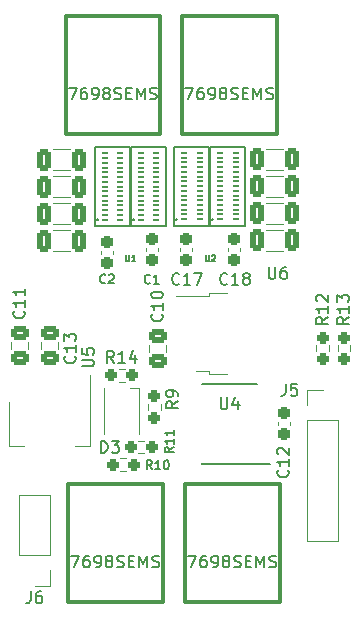
<source format=gto>
%TF.GenerationSoftware,KiCad,Pcbnew,(6.0.0)*%
%TF.CreationDate,2022-02-23T23:52:37-08:00*%
%TF.ProjectId,motor-controller,6d6f746f-722d-4636-9f6e-74726f6c6c65,rev?*%
%TF.SameCoordinates,Original*%
%TF.FileFunction,Legend,Top*%
%TF.FilePolarity,Positive*%
%FSLAX46Y46*%
G04 Gerber Fmt 4.6, Leading zero omitted, Abs format (unit mm)*
G04 Created by KiCad (PCBNEW (6.0.0)) date 2022-02-23 23:52:37*
%MOMM*%
%LPD*%
G01*
G04 APERTURE LIST*
G04 Aperture macros list*
%AMRoundRect*
0 Rectangle with rounded corners*
0 $1 Rounding radius*
0 $2 $3 $4 $5 $6 $7 $8 $9 X,Y pos of 4 corners*
0 Add a 4 corners polygon primitive as box body*
4,1,4,$2,$3,$4,$5,$6,$7,$8,$9,$2,$3,0*
0 Add four circle primitives for the rounded corners*
1,1,$1+$1,$2,$3*
1,1,$1+$1,$4,$5*
1,1,$1+$1,$6,$7*
1,1,$1+$1,$8,$9*
0 Add four rect primitives between the rounded corners*
20,1,$1+$1,$2,$3,$4,$5,0*
20,1,$1+$1,$4,$5,$6,$7,0*
20,1,$1+$1,$6,$7,$8,$9,0*
20,1,$1+$1,$8,$9,$2,$3,0*%
G04 Aperture macros list end*
%ADD10C,0.150000*%
%ADD11C,0.127000*%
%ADD12C,0.120000*%
%ADD13C,0.300000*%
%ADD14RoundRect,0.237500X-0.237500X0.250000X-0.237500X-0.250000X0.237500X-0.250000X0.237500X0.250000X0*%
%ADD15RoundRect,0.237500X0.237500X-0.300000X0.237500X0.300000X-0.237500X0.300000X-0.237500X-0.300000X0*%
%ADD16R,1.700000X1.700000*%
%ADD17O,1.700000X1.700000*%
%ADD18RoundRect,0.250000X0.325000X0.650000X-0.325000X0.650000X-0.325000X-0.650000X0.325000X-0.650000X0*%
%ADD19C,2.100000*%
%ADD20R,2.200000X2.200000*%
%ADD21R,1.000000X0.400000*%
%ADD22C,0.249936*%
%ADD23C,0.250000*%
%ADD24R,2.200000X1.200000*%
%ADD25R,6.400000X5.800000*%
%ADD26RoundRect,0.237500X-0.250000X-0.237500X0.250000X-0.237500X0.250000X0.237500X-0.250000X0.237500X0*%
%ADD27RoundRect,0.237500X0.237500X-0.250000X0.237500X0.250000X-0.237500X0.250000X-0.237500X-0.250000X0*%
%ADD28RoundRect,0.100000X0.260000X0.000000X0.260000X0.000000X-0.260000X0.000000X-0.260000X0.000000X0*%
%ADD29R,1.500000X2.000000*%
%ADD30R,3.800000X2.000000*%
%ADD31RoundRect,0.250000X0.475000X-0.337500X0.475000X0.337500X-0.475000X0.337500X-0.475000X-0.337500X0*%
%ADD32R,0.800000X1.000000*%
%ADD33RoundRect,0.237500X0.250000X0.237500X-0.250000X0.237500X-0.250000X-0.237500X0.250000X-0.237500X0*%
G04 APERTURE END LIST*
D10*
%TO.C,R9*%
X157170380Y-171870666D02*
X156694190Y-172204000D01*
X157170380Y-172442095D02*
X156170380Y-172442095D01*
X156170380Y-172061142D01*
X156218000Y-171965904D01*
X156265619Y-171918285D01*
X156360857Y-171870666D01*
X156503714Y-171870666D01*
X156598952Y-171918285D01*
X156646571Y-171965904D01*
X156694190Y-172061142D01*
X156694190Y-172442095D01*
X157170380Y-171394476D02*
X157170380Y-171204000D01*
X157122761Y-171108761D01*
X157075142Y-171061142D01*
X156932285Y-170965904D01*
X156741809Y-170918285D01*
X156360857Y-170918285D01*
X156265619Y-170965904D01*
X156218000Y-171013523D01*
X156170380Y-171108761D01*
X156170380Y-171299238D01*
X156218000Y-171394476D01*
X156265619Y-171442095D01*
X156360857Y-171489714D01*
X156598952Y-171489714D01*
X156694190Y-171442095D01*
X156741809Y-171394476D01*
X156789428Y-171299238D01*
X156789428Y-171108761D01*
X156741809Y-171013523D01*
X156694190Y-170965904D01*
X156598952Y-170918285D01*
%TO.C,C12*%
X166473142Y-177680857D02*
X166520761Y-177728476D01*
X166568380Y-177871333D01*
X166568380Y-177966571D01*
X166520761Y-178109428D01*
X166425523Y-178204666D01*
X166330285Y-178252285D01*
X166139809Y-178299904D01*
X165996952Y-178299904D01*
X165806476Y-178252285D01*
X165711238Y-178204666D01*
X165616000Y-178109428D01*
X165568380Y-177966571D01*
X165568380Y-177871333D01*
X165616000Y-177728476D01*
X165663619Y-177680857D01*
X166568380Y-176728476D02*
X166568380Y-177299904D01*
X166568380Y-177014190D02*
X165568380Y-177014190D01*
X165711238Y-177109428D01*
X165806476Y-177204666D01*
X165854095Y-177299904D01*
X165663619Y-176347523D02*
X165616000Y-176299904D01*
X165568380Y-176204666D01*
X165568380Y-175966571D01*
X165616000Y-175871333D01*
X165663619Y-175823714D01*
X165758857Y-175776095D01*
X165854095Y-175776095D01*
X165996952Y-175823714D01*
X166568380Y-176395142D01*
X166568380Y-175776095D01*
%TO.C,J5*%
X166290666Y-170394380D02*
X166290666Y-171108666D01*
X166243047Y-171251523D01*
X166147809Y-171346761D01*
X166004952Y-171394380D01*
X165909714Y-171394380D01*
X167243047Y-170394380D02*
X166766857Y-170394380D01*
X166719238Y-170870571D01*
X166766857Y-170822952D01*
X166862095Y-170775333D01*
X167100190Y-170775333D01*
X167195428Y-170822952D01*
X167243047Y-170870571D01*
X167290666Y-170965809D01*
X167290666Y-171203904D01*
X167243047Y-171299142D01*
X167195428Y-171346761D01*
X167100190Y-171394380D01*
X166862095Y-171394380D01*
X166766857Y-171346761D01*
X166719238Y-171299142D01*
%TO.C,J6*%
X144700666Y-187949380D02*
X144700666Y-188663666D01*
X144653047Y-188806523D01*
X144557809Y-188901761D01*
X144414952Y-188949380D01*
X144319714Y-188949380D01*
X145605428Y-187949380D02*
X145414952Y-187949380D01*
X145319714Y-187997000D01*
X145272095Y-188044619D01*
X145176857Y-188187476D01*
X145129238Y-188377952D01*
X145129238Y-188758904D01*
X145176857Y-188854142D01*
X145224476Y-188901761D01*
X145319714Y-188949380D01*
X145510190Y-188949380D01*
X145605428Y-188901761D01*
X145653047Y-188854142D01*
X145700666Y-188758904D01*
X145700666Y-188520809D01*
X145653047Y-188425571D01*
X145605428Y-188377952D01*
X145510190Y-188330333D01*
X145319714Y-188330333D01*
X145224476Y-188377952D01*
X145176857Y-188425571D01*
X145129238Y-188520809D01*
%TO.C,J4*%
X157805904Y-145304380D02*
X158472571Y-145304380D01*
X158044000Y-146304380D01*
X159282095Y-145304380D02*
X159091619Y-145304380D01*
X158996380Y-145352000D01*
X158948761Y-145399619D01*
X158853523Y-145542476D01*
X158805904Y-145732952D01*
X158805904Y-146113904D01*
X158853523Y-146209142D01*
X158901142Y-146256761D01*
X158996380Y-146304380D01*
X159186857Y-146304380D01*
X159282095Y-146256761D01*
X159329714Y-146209142D01*
X159377333Y-146113904D01*
X159377333Y-145875809D01*
X159329714Y-145780571D01*
X159282095Y-145732952D01*
X159186857Y-145685333D01*
X158996380Y-145685333D01*
X158901142Y-145732952D01*
X158853523Y-145780571D01*
X158805904Y-145875809D01*
X159853523Y-146304380D02*
X160044000Y-146304380D01*
X160139238Y-146256761D01*
X160186857Y-146209142D01*
X160282095Y-146066285D01*
X160329714Y-145875809D01*
X160329714Y-145494857D01*
X160282095Y-145399619D01*
X160234476Y-145352000D01*
X160139238Y-145304380D01*
X159948761Y-145304380D01*
X159853523Y-145352000D01*
X159805904Y-145399619D01*
X159758285Y-145494857D01*
X159758285Y-145732952D01*
X159805904Y-145828190D01*
X159853523Y-145875809D01*
X159948761Y-145923428D01*
X160139238Y-145923428D01*
X160234476Y-145875809D01*
X160282095Y-145828190D01*
X160329714Y-145732952D01*
X160901142Y-145732952D02*
X160805904Y-145685333D01*
X160758285Y-145637714D01*
X160710666Y-145542476D01*
X160710666Y-145494857D01*
X160758285Y-145399619D01*
X160805904Y-145352000D01*
X160901142Y-145304380D01*
X161091619Y-145304380D01*
X161186857Y-145352000D01*
X161234476Y-145399619D01*
X161282095Y-145494857D01*
X161282095Y-145542476D01*
X161234476Y-145637714D01*
X161186857Y-145685333D01*
X161091619Y-145732952D01*
X160901142Y-145732952D01*
X160805904Y-145780571D01*
X160758285Y-145828190D01*
X160710666Y-145923428D01*
X160710666Y-146113904D01*
X160758285Y-146209142D01*
X160805904Y-146256761D01*
X160901142Y-146304380D01*
X161091619Y-146304380D01*
X161186857Y-146256761D01*
X161234476Y-146209142D01*
X161282095Y-146113904D01*
X161282095Y-145923428D01*
X161234476Y-145828190D01*
X161186857Y-145780571D01*
X161091619Y-145732952D01*
X161663047Y-146256761D02*
X161805904Y-146304380D01*
X162044000Y-146304380D01*
X162139238Y-146256761D01*
X162186857Y-146209142D01*
X162234476Y-146113904D01*
X162234476Y-146018666D01*
X162186857Y-145923428D01*
X162139238Y-145875809D01*
X162044000Y-145828190D01*
X161853523Y-145780571D01*
X161758285Y-145732952D01*
X161710666Y-145685333D01*
X161663047Y-145590095D01*
X161663047Y-145494857D01*
X161710666Y-145399619D01*
X161758285Y-145352000D01*
X161853523Y-145304380D01*
X162091619Y-145304380D01*
X162234476Y-145352000D01*
X162663047Y-145780571D02*
X162996380Y-145780571D01*
X163139238Y-146304380D02*
X162663047Y-146304380D01*
X162663047Y-145304380D01*
X163139238Y-145304380D01*
X163567809Y-146304380D02*
X163567809Y-145304380D01*
X163901142Y-146018666D01*
X164234476Y-145304380D01*
X164234476Y-146304380D01*
X164663047Y-146256761D02*
X164805904Y-146304380D01*
X165044000Y-146304380D01*
X165139238Y-146256761D01*
X165186857Y-146209142D01*
X165234476Y-146113904D01*
X165234476Y-146018666D01*
X165186857Y-145923428D01*
X165139238Y-145875809D01*
X165044000Y-145828190D01*
X164853523Y-145780571D01*
X164758285Y-145732952D01*
X164710666Y-145685333D01*
X164663047Y-145590095D01*
X164663047Y-145494857D01*
X164710666Y-145399619D01*
X164758285Y-145352000D01*
X164853523Y-145304380D01*
X165091619Y-145304380D01*
X165234476Y-145352000D01*
%TO.C,U4*%
X160782095Y-171532928D02*
X160782095Y-172342452D01*
X160829714Y-172437690D01*
X160877333Y-172485309D01*
X160972571Y-172532928D01*
X161163047Y-172532928D01*
X161258285Y-172485309D01*
X161305904Y-172437690D01*
X161353523Y-172342452D01*
X161353523Y-171532928D01*
X162258285Y-171866262D02*
X162258285Y-172532928D01*
X162020190Y-171485309D02*
X161782095Y-172199595D01*
X162401142Y-172199595D01*
D11*
%TO.C,U2*%
X159521231Y-159487809D02*
X159521231Y-159899047D01*
X159545421Y-159947428D01*
X159569612Y-159971619D01*
X159617993Y-159995809D01*
X159714755Y-159995809D01*
X159763136Y-159971619D01*
X159787326Y-159947428D01*
X159811517Y-159899047D01*
X159811517Y-159487809D01*
X160029231Y-159536190D02*
X160053421Y-159512000D01*
X160101802Y-159487809D01*
X160222755Y-159487809D01*
X160271136Y-159512000D01*
X160295326Y-159536190D01*
X160319517Y-159584571D01*
X160319517Y-159632952D01*
X160295326Y-159705523D01*
X160005040Y-159995809D01*
X160319517Y-159995809D01*
D10*
%TO.C,J3*%
X147934603Y-145304380D02*
X148601270Y-145304380D01*
X148172699Y-146304380D01*
X149410794Y-145304380D02*
X149220318Y-145304380D01*
X149125079Y-145352000D01*
X149077460Y-145399619D01*
X148982222Y-145542476D01*
X148934603Y-145732952D01*
X148934603Y-146113904D01*
X148982222Y-146209142D01*
X149029841Y-146256761D01*
X149125079Y-146304380D01*
X149315556Y-146304380D01*
X149410794Y-146256761D01*
X149458413Y-146209142D01*
X149506032Y-146113904D01*
X149506032Y-145875809D01*
X149458413Y-145780571D01*
X149410794Y-145732952D01*
X149315556Y-145685333D01*
X149125079Y-145685333D01*
X149029841Y-145732952D01*
X148982222Y-145780571D01*
X148934603Y-145875809D01*
X149982222Y-146304380D02*
X150172699Y-146304380D01*
X150267937Y-146256761D01*
X150315556Y-146209142D01*
X150410794Y-146066285D01*
X150458413Y-145875809D01*
X150458413Y-145494857D01*
X150410794Y-145399619D01*
X150363175Y-145352000D01*
X150267937Y-145304380D01*
X150077460Y-145304380D01*
X149982222Y-145352000D01*
X149934603Y-145399619D01*
X149886984Y-145494857D01*
X149886984Y-145732952D01*
X149934603Y-145828190D01*
X149982222Y-145875809D01*
X150077460Y-145923428D01*
X150267937Y-145923428D01*
X150363175Y-145875809D01*
X150410794Y-145828190D01*
X150458413Y-145732952D01*
X151029841Y-145732952D02*
X150934603Y-145685333D01*
X150886984Y-145637714D01*
X150839365Y-145542476D01*
X150839365Y-145494857D01*
X150886984Y-145399619D01*
X150934603Y-145352000D01*
X151029841Y-145304380D01*
X151220318Y-145304380D01*
X151315556Y-145352000D01*
X151363175Y-145399619D01*
X151410794Y-145494857D01*
X151410794Y-145542476D01*
X151363175Y-145637714D01*
X151315556Y-145685333D01*
X151220318Y-145732952D01*
X151029841Y-145732952D01*
X150934603Y-145780571D01*
X150886984Y-145828190D01*
X150839365Y-145923428D01*
X150839365Y-146113904D01*
X150886984Y-146209142D01*
X150934603Y-146256761D01*
X151029841Y-146304380D01*
X151220318Y-146304380D01*
X151315556Y-146256761D01*
X151363175Y-146209142D01*
X151410794Y-146113904D01*
X151410794Y-145923428D01*
X151363175Y-145828190D01*
X151315556Y-145780571D01*
X151220318Y-145732952D01*
X151791746Y-146256761D02*
X151934603Y-146304380D01*
X152172699Y-146304380D01*
X152267937Y-146256761D01*
X152315556Y-146209142D01*
X152363175Y-146113904D01*
X152363175Y-146018666D01*
X152315556Y-145923428D01*
X152267937Y-145875809D01*
X152172699Y-145828190D01*
X151982222Y-145780571D01*
X151886984Y-145732952D01*
X151839365Y-145685333D01*
X151791746Y-145590095D01*
X151791746Y-145494857D01*
X151839365Y-145399619D01*
X151886984Y-145352000D01*
X151982222Y-145304380D01*
X152220318Y-145304380D01*
X152363175Y-145352000D01*
X152791746Y-145780571D02*
X153125079Y-145780571D01*
X153267937Y-146304380D02*
X152791746Y-146304380D01*
X152791746Y-145304380D01*
X153267937Y-145304380D01*
X153696508Y-146304380D02*
X153696508Y-145304380D01*
X154029841Y-146018666D01*
X154363175Y-145304380D01*
X154363175Y-146304380D01*
X154791746Y-146256761D02*
X154934603Y-146304380D01*
X155172699Y-146304380D01*
X155267937Y-146256761D01*
X155315556Y-146209142D01*
X155363175Y-146113904D01*
X155363175Y-146018666D01*
X155315556Y-145923428D01*
X155267937Y-145875809D01*
X155172699Y-145828190D01*
X154982222Y-145780571D01*
X154886984Y-145732952D01*
X154839365Y-145685333D01*
X154791746Y-145590095D01*
X154791746Y-145494857D01*
X154839365Y-145399619D01*
X154886984Y-145352000D01*
X154982222Y-145304380D01*
X155220318Y-145304380D01*
X155363175Y-145352000D01*
%TO.C,J2*%
X158059904Y-184928380D02*
X158726571Y-184928380D01*
X158298000Y-185928380D01*
X159536095Y-184928380D02*
X159345619Y-184928380D01*
X159250380Y-184976000D01*
X159202761Y-185023619D01*
X159107523Y-185166476D01*
X159059904Y-185356952D01*
X159059904Y-185737904D01*
X159107523Y-185833142D01*
X159155142Y-185880761D01*
X159250380Y-185928380D01*
X159440857Y-185928380D01*
X159536095Y-185880761D01*
X159583714Y-185833142D01*
X159631333Y-185737904D01*
X159631333Y-185499809D01*
X159583714Y-185404571D01*
X159536095Y-185356952D01*
X159440857Y-185309333D01*
X159250380Y-185309333D01*
X159155142Y-185356952D01*
X159107523Y-185404571D01*
X159059904Y-185499809D01*
X160107523Y-185928380D02*
X160298000Y-185928380D01*
X160393238Y-185880761D01*
X160440857Y-185833142D01*
X160536095Y-185690285D01*
X160583714Y-185499809D01*
X160583714Y-185118857D01*
X160536095Y-185023619D01*
X160488476Y-184976000D01*
X160393238Y-184928380D01*
X160202761Y-184928380D01*
X160107523Y-184976000D01*
X160059904Y-185023619D01*
X160012285Y-185118857D01*
X160012285Y-185356952D01*
X160059904Y-185452190D01*
X160107523Y-185499809D01*
X160202761Y-185547428D01*
X160393238Y-185547428D01*
X160488476Y-185499809D01*
X160536095Y-185452190D01*
X160583714Y-185356952D01*
X161155142Y-185356952D02*
X161059904Y-185309333D01*
X161012285Y-185261714D01*
X160964666Y-185166476D01*
X160964666Y-185118857D01*
X161012285Y-185023619D01*
X161059904Y-184976000D01*
X161155142Y-184928380D01*
X161345619Y-184928380D01*
X161440857Y-184976000D01*
X161488476Y-185023619D01*
X161536095Y-185118857D01*
X161536095Y-185166476D01*
X161488476Y-185261714D01*
X161440857Y-185309333D01*
X161345619Y-185356952D01*
X161155142Y-185356952D01*
X161059904Y-185404571D01*
X161012285Y-185452190D01*
X160964666Y-185547428D01*
X160964666Y-185737904D01*
X161012285Y-185833142D01*
X161059904Y-185880761D01*
X161155142Y-185928380D01*
X161345619Y-185928380D01*
X161440857Y-185880761D01*
X161488476Y-185833142D01*
X161536095Y-185737904D01*
X161536095Y-185547428D01*
X161488476Y-185452190D01*
X161440857Y-185404571D01*
X161345619Y-185356952D01*
X161917047Y-185880761D02*
X162059904Y-185928380D01*
X162298000Y-185928380D01*
X162393238Y-185880761D01*
X162440857Y-185833142D01*
X162488476Y-185737904D01*
X162488476Y-185642666D01*
X162440857Y-185547428D01*
X162393238Y-185499809D01*
X162298000Y-185452190D01*
X162107523Y-185404571D01*
X162012285Y-185356952D01*
X161964666Y-185309333D01*
X161917047Y-185214095D01*
X161917047Y-185118857D01*
X161964666Y-185023619D01*
X162012285Y-184976000D01*
X162107523Y-184928380D01*
X162345619Y-184928380D01*
X162488476Y-184976000D01*
X162917047Y-185404571D02*
X163250380Y-185404571D01*
X163393238Y-185928380D02*
X162917047Y-185928380D01*
X162917047Y-184928380D01*
X163393238Y-184928380D01*
X163821809Y-185928380D02*
X163821809Y-184928380D01*
X164155142Y-185642666D01*
X164488476Y-184928380D01*
X164488476Y-185928380D01*
X164917047Y-185880761D02*
X165059904Y-185928380D01*
X165298000Y-185928380D01*
X165393238Y-185880761D01*
X165440857Y-185833142D01*
X165488476Y-185737904D01*
X165488476Y-185642666D01*
X165440857Y-185547428D01*
X165393238Y-185499809D01*
X165298000Y-185452190D01*
X165107523Y-185404571D01*
X165012285Y-185356952D01*
X164964666Y-185309333D01*
X164917047Y-185214095D01*
X164917047Y-185118857D01*
X164964666Y-185023619D01*
X165012285Y-184976000D01*
X165107523Y-184928380D01*
X165345619Y-184928380D01*
X165488476Y-184976000D01*
%TO.C,U6*%
X164846095Y-160488380D02*
X164846095Y-161297904D01*
X164893714Y-161393142D01*
X164941333Y-161440761D01*
X165036571Y-161488380D01*
X165227047Y-161488380D01*
X165322285Y-161440761D01*
X165369904Y-161393142D01*
X165417523Y-161297904D01*
X165417523Y-160488380D01*
X166322285Y-160488380D02*
X166131809Y-160488380D01*
X166036571Y-160536000D01*
X165988952Y-160583619D01*
X165893714Y-160726476D01*
X165846095Y-160916952D01*
X165846095Y-161297904D01*
X165893714Y-161393142D01*
X165941333Y-161440761D01*
X166036571Y-161488380D01*
X166227047Y-161488380D01*
X166322285Y-161440761D01*
X166369904Y-161393142D01*
X166417523Y-161297904D01*
X166417523Y-161059809D01*
X166369904Y-160964571D01*
X166322285Y-160916952D01*
X166227047Y-160869333D01*
X166036571Y-160869333D01*
X165941333Y-160916952D01*
X165893714Y-160964571D01*
X165846095Y-161059809D01*
%TO.C,R10*%
X154958142Y-177636714D02*
X154704142Y-177273857D01*
X154522714Y-177636714D02*
X154522714Y-176874714D01*
X154813000Y-176874714D01*
X154885571Y-176911000D01*
X154921857Y-176947285D01*
X154958142Y-177019857D01*
X154958142Y-177128714D01*
X154921857Y-177201285D01*
X154885571Y-177237571D01*
X154813000Y-177273857D01*
X154522714Y-177273857D01*
X155683857Y-177636714D02*
X155248428Y-177636714D01*
X155466142Y-177636714D02*
X155466142Y-176874714D01*
X155393571Y-176983571D01*
X155321000Y-177056142D01*
X155248428Y-177092428D01*
X156155571Y-176874714D02*
X156228142Y-176874714D01*
X156300714Y-176911000D01*
X156337000Y-176947285D01*
X156373285Y-177019857D01*
X156409571Y-177165000D01*
X156409571Y-177346428D01*
X156373285Y-177491571D01*
X156337000Y-177564142D01*
X156300714Y-177600428D01*
X156228142Y-177636714D01*
X156155571Y-177636714D01*
X156083000Y-177600428D01*
X156046714Y-177564142D01*
X156010428Y-177491571D01*
X155974142Y-177346428D01*
X155974142Y-177165000D01*
X156010428Y-177019857D01*
X156046714Y-176947285D01*
X156083000Y-176911000D01*
X156155571Y-176874714D01*
%TO.C,C18*%
X161349142Y-161901142D02*
X161301523Y-161948761D01*
X161158666Y-161996380D01*
X161063428Y-161996380D01*
X160920571Y-161948761D01*
X160825333Y-161853523D01*
X160777714Y-161758285D01*
X160730095Y-161567809D01*
X160730095Y-161424952D01*
X160777714Y-161234476D01*
X160825333Y-161139238D01*
X160920571Y-161044000D01*
X161063428Y-160996380D01*
X161158666Y-160996380D01*
X161301523Y-161044000D01*
X161349142Y-161091619D01*
X162301523Y-161996380D02*
X161730095Y-161996380D01*
X162015809Y-161996380D02*
X162015809Y-160996380D01*
X161920571Y-161139238D01*
X161825333Y-161234476D01*
X161730095Y-161282095D01*
X162872952Y-161424952D02*
X162777714Y-161377333D01*
X162730095Y-161329714D01*
X162682476Y-161234476D01*
X162682476Y-161186857D01*
X162730095Y-161091619D01*
X162777714Y-161044000D01*
X162872952Y-160996380D01*
X163063428Y-160996380D01*
X163158666Y-161044000D01*
X163206285Y-161091619D01*
X163253904Y-161186857D01*
X163253904Y-161234476D01*
X163206285Y-161329714D01*
X163158666Y-161377333D01*
X163063428Y-161424952D01*
X162872952Y-161424952D01*
X162777714Y-161472571D01*
X162730095Y-161520190D01*
X162682476Y-161615428D01*
X162682476Y-161805904D01*
X162730095Y-161901142D01*
X162777714Y-161948761D01*
X162872952Y-161996380D01*
X163063428Y-161996380D01*
X163158666Y-161948761D01*
X163206285Y-161901142D01*
X163253904Y-161805904D01*
X163253904Y-161615428D01*
X163206285Y-161520190D01*
X163158666Y-161472571D01*
X163063428Y-161424952D01*
%TO.C,R13*%
X171648380Y-164726857D02*
X171172190Y-165060190D01*
X171648380Y-165298285D02*
X170648380Y-165298285D01*
X170648380Y-164917333D01*
X170696000Y-164822095D01*
X170743619Y-164774476D01*
X170838857Y-164726857D01*
X170981714Y-164726857D01*
X171076952Y-164774476D01*
X171124571Y-164822095D01*
X171172190Y-164917333D01*
X171172190Y-165298285D01*
X171648380Y-163774476D02*
X171648380Y-164345904D01*
X171648380Y-164060190D02*
X170648380Y-164060190D01*
X170791238Y-164155428D01*
X170886476Y-164250666D01*
X170934095Y-164345904D01*
X170648380Y-163441142D02*
X170648380Y-162822095D01*
X171029333Y-163155428D01*
X171029333Y-163012571D01*
X171076952Y-162917333D01*
X171124571Y-162869714D01*
X171219809Y-162822095D01*
X171457904Y-162822095D01*
X171553142Y-162869714D01*
X171600761Y-162917333D01*
X171648380Y-163012571D01*
X171648380Y-163298285D01*
X171600761Y-163393523D01*
X171553142Y-163441142D01*
%TO.C,Q4*%
X160044142Y-156441119D02*
X160091761Y-156393499D01*
X160139380Y-156441119D01*
X160091761Y-156488738D01*
X160044142Y-156441119D01*
X160139380Y-156441119D01*
%TO.C,R11*%
X156808714Y-175749857D02*
X156445857Y-176003857D01*
X156808714Y-176185285D02*
X156046714Y-176185285D01*
X156046714Y-175895000D01*
X156083000Y-175822428D01*
X156119285Y-175786142D01*
X156191857Y-175749857D01*
X156300714Y-175749857D01*
X156373285Y-175786142D01*
X156409571Y-175822428D01*
X156445857Y-175895000D01*
X156445857Y-176185285D01*
X156808714Y-175024142D02*
X156808714Y-175459571D01*
X156808714Y-175241857D02*
X156046714Y-175241857D01*
X156155571Y-175314428D01*
X156228142Y-175387000D01*
X156264428Y-175459571D01*
X156808714Y-174298428D02*
X156808714Y-174733857D01*
X156808714Y-174516142D02*
X156046714Y-174516142D01*
X156155571Y-174588714D01*
X156228142Y-174661285D01*
X156264428Y-174733857D01*
%TO.C,C17*%
X157285142Y-161901142D02*
X157237523Y-161948761D01*
X157094666Y-161996380D01*
X156999428Y-161996380D01*
X156856571Y-161948761D01*
X156761333Y-161853523D01*
X156713714Y-161758285D01*
X156666095Y-161567809D01*
X156666095Y-161424952D01*
X156713714Y-161234476D01*
X156761333Y-161139238D01*
X156856571Y-161044000D01*
X156999428Y-160996380D01*
X157094666Y-160996380D01*
X157237523Y-161044000D01*
X157285142Y-161091619D01*
X158237523Y-161996380D02*
X157666095Y-161996380D01*
X157951809Y-161996380D02*
X157951809Y-160996380D01*
X157856571Y-161139238D01*
X157761333Y-161234476D01*
X157666095Y-161282095D01*
X158570857Y-160996380D02*
X159237523Y-160996380D01*
X158808952Y-161996380D01*
%TO.C,Q2*%
X153343142Y-156478516D02*
X153390761Y-156430896D01*
X153438380Y-156478516D01*
X153390761Y-156526135D01*
X153343142Y-156478516D01*
X153438380Y-156478516D01*
%TO.C,J1*%
X148153904Y-184928380D02*
X148820571Y-184928380D01*
X148392000Y-185928380D01*
X149630095Y-184928380D02*
X149439619Y-184928380D01*
X149344380Y-184976000D01*
X149296761Y-185023619D01*
X149201523Y-185166476D01*
X149153904Y-185356952D01*
X149153904Y-185737904D01*
X149201523Y-185833142D01*
X149249142Y-185880761D01*
X149344380Y-185928380D01*
X149534857Y-185928380D01*
X149630095Y-185880761D01*
X149677714Y-185833142D01*
X149725333Y-185737904D01*
X149725333Y-185499809D01*
X149677714Y-185404571D01*
X149630095Y-185356952D01*
X149534857Y-185309333D01*
X149344380Y-185309333D01*
X149249142Y-185356952D01*
X149201523Y-185404571D01*
X149153904Y-185499809D01*
X150201523Y-185928380D02*
X150392000Y-185928380D01*
X150487238Y-185880761D01*
X150534857Y-185833142D01*
X150630095Y-185690285D01*
X150677714Y-185499809D01*
X150677714Y-185118857D01*
X150630095Y-185023619D01*
X150582476Y-184976000D01*
X150487238Y-184928380D01*
X150296761Y-184928380D01*
X150201523Y-184976000D01*
X150153904Y-185023619D01*
X150106285Y-185118857D01*
X150106285Y-185356952D01*
X150153904Y-185452190D01*
X150201523Y-185499809D01*
X150296761Y-185547428D01*
X150487238Y-185547428D01*
X150582476Y-185499809D01*
X150630095Y-185452190D01*
X150677714Y-185356952D01*
X151249142Y-185356952D02*
X151153904Y-185309333D01*
X151106285Y-185261714D01*
X151058666Y-185166476D01*
X151058666Y-185118857D01*
X151106285Y-185023619D01*
X151153904Y-184976000D01*
X151249142Y-184928380D01*
X151439619Y-184928380D01*
X151534857Y-184976000D01*
X151582476Y-185023619D01*
X151630095Y-185118857D01*
X151630095Y-185166476D01*
X151582476Y-185261714D01*
X151534857Y-185309333D01*
X151439619Y-185356952D01*
X151249142Y-185356952D01*
X151153904Y-185404571D01*
X151106285Y-185452190D01*
X151058666Y-185547428D01*
X151058666Y-185737904D01*
X151106285Y-185833142D01*
X151153904Y-185880761D01*
X151249142Y-185928380D01*
X151439619Y-185928380D01*
X151534857Y-185880761D01*
X151582476Y-185833142D01*
X151630095Y-185737904D01*
X151630095Y-185547428D01*
X151582476Y-185452190D01*
X151534857Y-185404571D01*
X151439619Y-185356952D01*
X152011047Y-185880761D02*
X152153904Y-185928380D01*
X152392000Y-185928380D01*
X152487238Y-185880761D01*
X152534857Y-185833142D01*
X152582476Y-185737904D01*
X152582476Y-185642666D01*
X152534857Y-185547428D01*
X152487238Y-185499809D01*
X152392000Y-185452190D01*
X152201523Y-185404571D01*
X152106285Y-185356952D01*
X152058666Y-185309333D01*
X152011047Y-185214095D01*
X152011047Y-185118857D01*
X152058666Y-185023619D01*
X152106285Y-184976000D01*
X152201523Y-184928380D01*
X152439619Y-184928380D01*
X152582476Y-184976000D01*
X153011047Y-185404571D02*
X153344380Y-185404571D01*
X153487238Y-185928380D02*
X153011047Y-185928380D01*
X153011047Y-184928380D01*
X153487238Y-184928380D01*
X153915809Y-185928380D02*
X153915809Y-184928380D01*
X154249142Y-185642666D01*
X154582476Y-184928380D01*
X154582476Y-185928380D01*
X155011047Y-185880761D02*
X155153904Y-185928380D01*
X155392000Y-185928380D01*
X155487238Y-185880761D01*
X155534857Y-185833142D01*
X155582476Y-185737904D01*
X155582476Y-185642666D01*
X155534857Y-185547428D01*
X155487238Y-185499809D01*
X155392000Y-185452190D01*
X155201523Y-185404571D01*
X155106285Y-185356952D01*
X155058666Y-185309333D01*
X155011047Y-185214095D01*
X155011047Y-185118857D01*
X155058666Y-185023619D01*
X155106285Y-184976000D01*
X155201523Y-184928380D01*
X155439619Y-184928380D01*
X155582476Y-184976000D01*
%TO.C,U5*%
X149058380Y-168909904D02*
X149867904Y-168909904D01*
X149963142Y-168862285D01*
X150010761Y-168814666D01*
X150058380Y-168719428D01*
X150058380Y-168528952D01*
X150010761Y-168433714D01*
X149963142Y-168386095D01*
X149867904Y-168338476D01*
X149058380Y-168338476D01*
X149058380Y-167386095D02*
X149058380Y-167862285D01*
X149534571Y-167909904D01*
X149486952Y-167862285D01*
X149439333Y-167767047D01*
X149439333Y-167528952D01*
X149486952Y-167433714D01*
X149534571Y-167386095D01*
X149629809Y-167338476D01*
X149867904Y-167338476D01*
X149963142Y-167386095D01*
X150010761Y-167433714D01*
X150058380Y-167528952D01*
X150058380Y-167767047D01*
X150010761Y-167862285D01*
X149963142Y-167909904D01*
%TO.C,C1*%
X154819605Y-161818166D02*
X154783319Y-161854452D01*
X154674462Y-161890738D01*
X154601890Y-161890738D01*
X154493033Y-161854452D01*
X154420462Y-161781881D01*
X154384176Y-161709309D01*
X154347890Y-161564166D01*
X154347890Y-161455309D01*
X154384176Y-161310166D01*
X154420462Y-161237595D01*
X154493033Y-161165024D01*
X154601890Y-161128738D01*
X154674462Y-161128738D01*
X154783319Y-161165024D01*
X154819605Y-161201309D01*
X155545319Y-161890738D02*
X155109890Y-161890738D01*
X155327605Y-161890738D02*
X155327605Y-161128738D01*
X155255033Y-161237595D01*
X155182462Y-161310166D01*
X155109890Y-161346452D01*
%TO.C,R12*%
X169870380Y-164726857D02*
X169394190Y-165060190D01*
X169870380Y-165298285D02*
X168870380Y-165298285D01*
X168870380Y-164917333D01*
X168918000Y-164822095D01*
X168965619Y-164774476D01*
X169060857Y-164726857D01*
X169203714Y-164726857D01*
X169298952Y-164774476D01*
X169346571Y-164822095D01*
X169394190Y-164917333D01*
X169394190Y-165298285D01*
X169870380Y-163774476D02*
X169870380Y-164345904D01*
X169870380Y-164060190D02*
X168870380Y-164060190D01*
X169013238Y-164155428D01*
X169108476Y-164250666D01*
X169156095Y-164345904D01*
X168965619Y-163393523D02*
X168918000Y-163345904D01*
X168870380Y-163250666D01*
X168870380Y-163012571D01*
X168918000Y-162917333D01*
X168965619Y-162869714D01*
X169060857Y-162822095D01*
X169156095Y-162822095D01*
X169298952Y-162869714D01*
X169870380Y-163441142D01*
X169870380Y-162822095D01*
%TO.C,C13*%
X148439142Y-168028857D02*
X148486761Y-168076476D01*
X148534380Y-168219333D01*
X148534380Y-168314571D01*
X148486761Y-168457428D01*
X148391523Y-168552666D01*
X148296285Y-168600285D01*
X148105809Y-168647904D01*
X147962952Y-168647904D01*
X147772476Y-168600285D01*
X147677238Y-168552666D01*
X147582000Y-168457428D01*
X147534380Y-168314571D01*
X147534380Y-168219333D01*
X147582000Y-168076476D01*
X147629619Y-168028857D01*
X148534380Y-167076476D02*
X148534380Y-167647904D01*
X148534380Y-167362190D02*
X147534380Y-167362190D01*
X147677238Y-167457428D01*
X147772476Y-167552666D01*
X147820095Y-167647904D01*
X147534380Y-166743142D02*
X147534380Y-166124095D01*
X147915333Y-166457428D01*
X147915333Y-166314571D01*
X147962952Y-166219333D01*
X148010571Y-166171714D01*
X148105809Y-166124095D01*
X148343904Y-166124095D01*
X148439142Y-166171714D01*
X148486761Y-166219333D01*
X148534380Y-166314571D01*
X148534380Y-166600285D01*
X148486761Y-166695523D01*
X148439142Y-166743142D01*
%TO.C,C10*%
X155805142Y-164472857D02*
X155852761Y-164520476D01*
X155900380Y-164663333D01*
X155900380Y-164758571D01*
X155852761Y-164901428D01*
X155757523Y-164996666D01*
X155662285Y-165044285D01*
X155471809Y-165091904D01*
X155328952Y-165091904D01*
X155138476Y-165044285D01*
X155043238Y-164996666D01*
X154948000Y-164901428D01*
X154900380Y-164758571D01*
X154900380Y-164663333D01*
X154948000Y-164520476D01*
X154995619Y-164472857D01*
X155900380Y-163520476D02*
X155900380Y-164091904D01*
X155900380Y-163806190D02*
X154900380Y-163806190D01*
X155043238Y-163901428D01*
X155138476Y-163996666D01*
X155186095Y-164091904D01*
X154900380Y-162901428D02*
X154900380Y-162806190D01*
X154948000Y-162710952D01*
X154995619Y-162663333D01*
X155090857Y-162615714D01*
X155281333Y-162568095D01*
X155519428Y-162568095D01*
X155709904Y-162615714D01*
X155805142Y-162663333D01*
X155852761Y-162710952D01*
X155900380Y-162806190D01*
X155900380Y-162901428D01*
X155852761Y-162996666D01*
X155805142Y-163044285D01*
X155709904Y-163091904D01*
X155519428Y-163139523D01*
X155281333Y-163139523D01*
X155090857Y-163091904D01*
X154995619Y-163044285D01*
X154948000Y-162996666D01*
X154900380Y-162901428D01*
%TO.C,C2*%
X151037699Y-161816142D02*
X151001413Y-161852428D01*
X150892556Y-161888714D01*
X150819984Y-161888714D01*
X150711127Y-161852428D01*
X150638556Y-161779857D01*
X150602270Y-161707285D01*
X150565984Y-161562142D01*
X150565984Y-161453285D01*
X150602270Y-161308142D01*
X150638556Y-161235571D01*
X150711127Y-161163000D01*
X150819984Y-161126714D01*
X150892556Y-161126714D01*
X151001413Y-161163000D01*
X151037699Y-161199285D01*
X151327984Y-161199285D02*
X151364270Y-161163000D01*
X151436841Y-161126714D01*
X151618270Y-161126714D01*
X151690841Y-161163000D01*
X151727127Y-161199285D01*
X151763413Y-161271857D01*
X151763413Y-161344428D01*
X151727127Y-161453285D01*
X151291699Y-161888714D01*
X151763413Y-161888714D01*
D11*
%TO.C,U1*%
X152774952Y-159496325D02*
X152774952Y-159907563D01*
X152799142Y-159955944D01*
X152823333Y-159980135D01*
X152871714Y-160004325D01*
X152968476Y-160004325D01*
X153016857Y-159980135D01*
X153041047Y-159955944D01*
X153065238Y-159907563D01*
X153065238Y-159496325D01*
X153573238Y-160004325D02*
X153282952Y-160004325D01*
X153428095Y-160004325D02*
X153428095Y-159496325D01*
X153379714Y-159568896D01*
X153331333Y-159617277D01*
X153282952Y-159641468D01*
D10*
%TO.C,Q1*%
X150295142Y-156478516D02*
X150342761Y-156430896D01*
X150390380Y-156478516D01*
X150342761Y-156526135D01*
X150295142Y-156478516D01*
X150390380Y-156478516D01*
%TO.C,D3*%
X150645904Y-176220380D02*
X150645904Y-175220380D01*
X150884000Y-175220380D01*
X151026857Y-175268000D01*
X151122095Y-175363238D01*
X151169714Y-175458476D01*
X151217333Y-175648952D01*
X151217333Y-175791809D01*
X151169714Y-175982285D01*
X151122095Y-176077523D01*
X151026857Y-176172761D01*
X150884000Y-176220380D01*
X150645904Y-176220380D01*
X151550666Y-175220380D02*
X152169714Y-175220380D01*
X151836380Y-175601333D01*
X151979238Y-175601333D01*
X152074476Y-175648952D01*
X152122095Y-175696571D01*
X152169714Y-175791809D01*
X152169714Y-176029904D01*
X152122095Y-176125142D01*
X152074476Y-176172761D01*
X151979238Y-176220380D01*
X151693523Y-176220380D01*
X151598285Y-176172761D01*
X151550666Y-176125142D01*
%TO.C,R14*%
X151757142Y-168600380D02*
X151423809Y-168124190D01*
X151185714Y-168600380D02*
X151185714Y-167600380D01*
X151566666Y-167600380D01*
X151661904Y-167648000D01*
X151709523Y-167695619D01*
X151757142Y-167790857D01*
X151757142Y-167933714D01*
X151709523Y-168028952D01*
X151661904Y-168076571D01*
X151566666Y-168124190D01*
X151185714Y-168124190D01*
X152709523Y-168600380D02*
X152138095Y-168600380D01*
X152423809Y-168600380D02*
X152423809Y-167600380D01*
X152328571Y-167743238D01*
X152233333Y-167838476D01*
X152138095Y-167886095D01*
X153566666Y-167933714D02*
X153566666Y-168600380D01*
X153328571Y-167552761D02*
X153090476Y-168267047D01*
X153709523Y-168267047D01*
%TO.C,C11*%
X144121142Y-164218857D02*
X144168761Y-164266476D01*
X144216380Y-164409333D01*
X144216380Y-164504571D01*
X144168761Y-164647428D01*
X144073523Y-164742666D01*
X143978285Y-164790285D01*
X143787809Y-164837904D01*
X143644952Y-164837904D01*
X143454476Y-164790285D01*
X143359238Y-164742666D01*
X143264000Y-164647428D01*
X143216380Y-164504571D01*
X143216380Y-164409333D01*
X143264000Y-164266476D01*
X143311619Y-164218857D01*
X144216380Y-163266476D02*
X144216380Y-163837904D01*
X144216380Y-163552190D02*
X143216380Y-163552190D01*
X143359238Y-163647428D01*
X143454476Y-163742666D01*
X143502095Y-163837904D01*
X144216380Y-162314095D02*
X144216380Y-162885523D01*
X144216380Y-162599809D02*
X143216380Y-162599809D01*
X143359238Y-162695047D01*
X143454476Y-162790285D01*
X143502095Y-162885523D01*
%TO.C,Q3*%
X156996142Y-156441119D02*
X157043761Y-156393499D01*
X157091380Y-156441119D01*
X157043761Y-156488738D01*
X156996142Y-156441119D01*
X157091380Y-156441119D01*
D12*
%TO.C,R9*%
X155703535Y-172110427D02*
X155703535Y-172619875D01*
X154658535Y-172110427D02*
X154658535Y-172619875D01*
%TO.C,C12*%
X165606000Y-173882267D02*
X165606000Y-173589733D01*
X166626000Y-173882267D02*
X166626000Y-173589733D01*
%TO.C,J5*%
X170748000Y-173487000D02*
X170748000Y-183707000D01*
X168088000Y-173487000D02*
X168088000Y-183707000D01*
X168088000Y-173487000D02*
X170748000Y-173487000D01*
X168088000Y-170887000D02*
X169418000Y-170887000D01*
X168088000Y-183707000D02*
X170748000Y-183707000D01*
X168088000Y-172217000D02*
X168088000Y-170887000D01*
%TO.C,C19*%
X148031252Y-156874516D02*
X146608748Y-156874516D01*
X148031252Y-155054516D02*
X146608748Y-155054516D01*
%TO.C,J6*%
X146364000Y-179757000D02*
X143704000Y-179757000D01*
X143704000Y-184897000D02*
X143704000Y-179757000D01*
X146364000Y-187497000D02*
X145034000Y-187497000D01*
X146364000Y-184897000D02*
X146364000Y-179757000D01*
X146364000Y-186167000D02*
X146364000Y-187497000D01*
X146364000Y-184897000D02*
X143704000Y-184897000D01*
D13*
%TO.C,J4*%
X157544000Y-139272000D02*
X165544000Y-139272000D01*
X165544000Y-139272000D02*
X165544000Y-149272000D01*
X165544000Y-149272000D02*
X157544000Y-149272000D01*
X157544000Y-149272000D02*
X157544000Y-139272000D01*
D10*
%TO.C,U4*%
X159219000Y-170361000D02*
X159219000Y-170386000D01*
X163869000Y-170361000D02*
X163869000Y-170386000D01*
X159219000Y-177186000D02*
X159219000Y-177086000D01*
X163869000Y-170361000D02*
X159219000Y-170361000D01*
X164944000Y-177186000D02*
X159219000Y-177186000D01*
D12*
%TO.C,C5*%
X166065252Y-150474000D02*
X164642748Y-150474000D01*
X166065252Y-152294000D02*
X164642748Y-152294000D01*
%TO.C,C15*%
X166065252Y-156866000D02*
X164642748Y-156866000D01*
X166065252Y-155046000D02*
X164642748Y-155046000D01*
D13*
%TO.C,J3*%
X147672699Y-139272000D02*
X155672699Y-139272000D01*
X155672699Y-139272000D02*
X155672699Y-149272000D01*
X155672699Y-149272000D02*
X147672699Y-149272000D01*
X147672699Y-149272000D02*
X147672699Y-139272000D01*
%TO.C,J2*%
X157798000Y-178896000D02*
X165798000Y-178896000D01*
X165798000Y-178896000D02*
X165798000Y-188896000D01*
X165798000Y-188896000D02*
X157798000Y-188896000D01*
X157798000Y-188896000D02*
X157798000Y-178896000D01*
D12*
%TO.C,U6*%
X161336000Y-169566000D02*
X159836000Y-169566000D01*
X159836000Y-162936000D02*
X157006000Y-162936000D01*
X159836000Y-169296000D02*
X158736000Y-169296000D01*
X161336000Y-162666000D02*
X159836000Y-162666000D01*
X159836000Y-169566000D02*
X159836000Y-169296000D01*
X159836000Y-162666000D02*
X159836000Y-162936000D01*
%TO.C,C7*%
X148031252Y-152768516D02*
X146608748Y-152768516D01*
X148031252Y-154588516D02*
X146608748Y-154588516D01*
%TO.C,R10*%
X152294551Y-177746438D02*
X152803999Y-177746438D01*
X152294551Y-176701438D02*
X152803999Y-176701438D01*
%TO.C,C18*%
X161430279Y-159150267D02*
X161430279Y-158857733D01*
X162450279Y-159150267D02*
X162450279Y-158857733D01*
%TO.C,R13*%
X170718909Y-167640724D02*
X170718909Y-167131276D01*
X171763909Y-167640724D02*
X171763909Y-167131276D01*
D10*
%TO.C,Q4*%
X162852000Y-156981119D02*
X159922000Y-156981119D01*
X159922000Y-150301119D02*
X162852000Y-150301119D01*
X162852000Y-150301119D02*
X162852000Y-156981119D01*
X159922000Y-156981119D02*
X159922000Y-150301119D01*
D12*
%TO.C,R11*%
X153816378Y-175186963D02*
X154325826Y-175186963D01*
X153816378Y-176231963D02*
X154325826Y-176231963D01*
%TO.C,C17*%
X157366279Y-159150267D02*
X157366279Y-158857733D01*
X158386279Y-159150267D02*
X158386279Y-158857733D01*
D10*
%TO.C,Q2*%
X156151000Y-150338516D02*
X156151000Y-157018516D01*
X153221000Y-157018516D02*
X153221000Y-150338516D01*
X153221000Y-150338516D02*
X156151000Y-150338516D01*
X156151000Y-157018516D02*
X153221000Y-157018516D01*
D13*
%TO.C,J1*%
X147892000Y-178896000D02*
X155892000Y-178896000D01*
X155892000Y-178896000D02*
X155892000Y-188896000D01*
X155892000Y-188896000D02*
X147892000Y-188896000D01*
X147892000Y-188896000D02*
X147892000Y-178896000D01*
D12*
%TO.C,U5*%
X142894000Y-171886000D02*
X142894000Y-175646000D01*
X142894000Y-175646000D02*
X144154000Y-175646000D01*
X149714000Y-169636000D02*
X149714000Y-175646000D01*
X149714000Y-175646000D02*
X148454000Y-175646000D01*
%TO.C,C1*%
X155456605Y-159152291D02*
X155456605Y-158859757D01*
X154436605Y-159152291D02*
X154436605Y-158859757D01*
%TO.C,C6*%
X148031252Y-150482516D02*
X146608748Y-150482516D01*
X148031252Y-152302516D02*
X146608748Y-152302516D01*
%TO.C,R12*%
X169940500Y-167131276D02*
X169940500Y-167640724D01*
X168895500Y-167131276D02*
X168895500Y-167640724D01*
%TO.C,C13*%
X147039000Y-167393252D02*
X147039000Y-166870748D01*
X145569000Y-167393252D02*
X145569000Y-166870748D01*
%TO.C,C10*%
X154713000Y-167647252D02*
X154713000Y-167124748D01*
X156183000Y-167647252D02*
X156183000Y-167124748D01*
%TO.C,C2*%
X150620000Y-159412783D02*
X150620000Y-159120249D01*
X151640000Y-159412783D02*
X151640000Y-159120249D01*
D10*
%TO.C,Q1*%
X153103000Y-150338516D02*
X153103000Y-157018516D01*
X150173000Y-157018516D02*
X150173000Y-150338516D01*
X150173000Y-150338516D02*
X153103000Y-150338516D01*
X153103000Y-157018516D02*
X150173000Y-157018516D01*
D12*
%TO.C,D3*%
X153100000Y-170770000D02*
X153900000Y-170770000D01*
X153900000Y-170770000D02*
X153900000Y-174670000D01*
X150900000Y-170770000D02*
X150900000Y-174670000D01*
%TO.C,R14*%
X152654724Y-170194500D02*
X152145276Y-170194500D01*
X152654724Y-169149500D02*
X152145276Y-169149500D01*
%TO.C,C11*%
X143029000Y-167393252D02*
X143029000Y-166870748D01*
X144499000Y-167393252D02*
X144499000Y-166870748D01*
%TO.C,C3*%
X166065252Y-157332000D02*
X164642748Y-157332000D01*
X166065252Y-159152000D02*
X164642748Y-159152000D01*
%TO.C,C8*%
X166065252Y-152760000D02*
X164642748Y-152760000D01*
X166065252Y-154580000D02*
X164642748Y-154580000D01*
%TO.C,C9*%
X148031252Y-159160516D02*
X146608748Y-159160516D01*
X148031252Y-157340516D02*
X146608748Y-157340516D01*
D10*
%TO.C,Q3*%
X156874000Y-150301119D02*
X159804000Y-150301119D01*
X156874000Y-156981119D02*
X156874000Y-150301119D01*
X159804000Y-150301119D02*
X159804000Y-156981119D01*
X159804000Y-156981119D02*
X156874000Y-156981119D01*
%TD*%
%LPC*%
D14*
%TO.C,R9*%
X155181035Y-171452651D03*
X155181035Y-173277651D03*
%TD*%
D15*
%TO.C,C12*%
X166116000Y-174598500D03*
X166116000Y-172873500D03*
%TD*%
D16*
%TO.C,J5*%
X169418000Y-172217000D03*
D17*
X169418000Y-174757000D03*
X169418000Y-177297000D03*
X169418000Y-179837000D03*
X169418000Y-182377000D03*
%TD*%
D18*
%TO.C,C19*%
X148795000Y-155964516D03*
X145845000Y-155964516D03*
%TD*%
D16*
%TO.C,J6*%
X145034000Y-186167000D03*
D17*
X145034000Y-183627000D03*
X145034000Y-181087000D03*
%TD*%
D19*
%TO.C,H3*%
X144272000Y-141224000D03*
%TD*%
D20*
%TO.C,J4*%
X164044000Y-140772000D03*
X164044000Y-147772000D03*
X159044000Y-140772000D03*
X159044000Y-147772000D03*
%TD*%
D21*
%TO.C,U4*%
X164444000Y-176661000D03*
X164444000Y-176011000D03*
X164444000Y-175361000D03*
X164444000Y-174711000D03*
X164444000Y-174061000D03*
X164444000Y-173411000D03*
X164444000Y-172761000D03*
X164444000Y-172111000D03*
X164444000Y-171461000D03*
X164444000Y-170811000D03*
X158644000Y-170811000D03*
X158644000Y-171461000D03*
X158644000Y-172111000D03*
X158644000Y-172761000D03*
X158644000Y-173411000D03*
X158644000Y-174061000D03*
X158644000Y-174711000D03*
X158644000Y-175361000D03*
X158644000Y-176011000D03*
X158644000Y-176661000D03*
%TD*%
D19*
%TO.C,H2*%
X169418000Y-187198000D03*
%TD*%
D22*
%TO.C,U2*%
X160445763Y-157704516D03*
D23*
X160445763Y-158104515D03*
X160445763Y-158504516D03*
D22*
X160445763Y-158904516D03*
X160045763Y-157704516D03*
X160045763Y-158904516D03*
X159645763Y-157704516D03*
X159645763Y-158904516D03*
X159245763Y-157704516D03*
X159245763Y-158104515D03*
X159245763Y-158504516D03*
X159245763Y-158904516D03*
%TD*%
D18*
%TO.C,C5*%
X166829000Y-151384000D03*
X163879000Y-151384000D03*
%TD*%
%TO.C,C15*%
X166829000Y-155956000D03*
X163879000Y-155956000D03*
%TD*%
D20*
%TO.C,J3*%
X154172699Y-140772000D03*
X149172699Y-147772000D03*
X149172699Y-140772000D03*
X154172699Y-147772000D03*
%TD*%
%TO.C,J2*%
X164298000Y-187396000D03*
X164298000Y-180396000D03*
X159298000Y-180396000D03*
X159298000Y-187396000D03*
%TD*%
D24*
%TO.C,U6*%
X158106000Y-163836000D03*
D25*
X164406000Y-166116000D03*
D24*
X158106000Y-168396000D03*
%TD*%
D18*
%TO.C,C7*%
X148795000Y-153678516D03*
X145845000Y-153678516D03*
%TD*%
D26*
%TO.C,R10*%
X151636775Y-177223938D03*
X153461775Y-177223938D03*
%TD*%
D15*
%TO.C,C18*%
X161940279Y-159866500D03*
X161940279Y-158141500D03*
%TD*%
D27*
%TO.C,R13*%
X171241409Y-168298500D03*
X171241409Y-166473500D03*
%TD*%
D28*
%TO.C,Q4*%
X160722000Y-153641119D03*
X160722000Y-152841119D03*
X162052000Y-153241119D03*
X162052000Y-154041119D03*
X162052000Y-156041119D03*
X162052000Y-152441119D03*
X162052000Y-150841119D03*
X160722000Y-156441119D03*
X160722000Y-153241119D03*
X160722000Y-154441119D03*
X160722000Y-154841119D03*
X160722000Y-156041119D03*
X162052000Y-155641119D03*
X162052000Y-153641119D03*
X162052000Y-151641119D03*
X160722000Y-155241119D03*
X160722000Y-152041119D03*
X160722000Y-152441119D03*
X160722000Y-155641119D03*
X162052000Y-152841119D03*
X162052000Y-154441119D03*
X160722000Y-151641119D03*
X160722000Y-151241119D03*
X162052000Y-156441119D03*
X162052000Y-155241119D03*
X162052000Y-154841119D03*
X160722000Y-150841119D03*
X162052000Y-151241119D03*
X162052000Y-152041119D03*
X160722000Y-154041119D03*
%TD*%
D26*
%TO.C,R11*%
X153158602Y-175709463D03*
X154983602Y-175709463D03*
%TD*%
D19*
%TO.C,H4*%
X169672000Y-160782000D03*
%TD*%
D15*
%TO.C,C17*%
X157876279Y-159866500D03*
X157876279Y-158141500D03*
%TD*%
D28*
%TO.C,Q2*%
X155351000Y-155678516D03*
X154021000Y-151678516D03*
X154021000Y-153278516D03*
X154021000Y-154078516D03*
X155351000Y-156478516D03*
X155351000Y-152478516D03*
X154021000Y-152478516D03*
X154021000Y-151278516D03*
X154021000Y-154878516D03*
X155351000Y-156078516D03*
X154021000Y-154478516D03*
X155351000Y-152878516D03*
X155351000Y-153278516D03*
X155351000Y-153678516D03*
X155351000Y-150878516D03*
X154021000Y-155678516D03*
X155351000Y-154078516D03*
X154021000Y-150878516D03*
X154021000Y-155278516D03*
X155351000Y-151278516D03*
X155351000Y-151678516D03*
X154021000Y-156078516D03*
X155351000Y-154878516D03*
X155351000Y-152078516D03*
X154021000Y-153678516D03*
X155351000Y-155278516D03*
X154021000Y-156478516D03*
X154021000Y-152878516D03*
X155351000Y-154478516D03*
X154021000Y-152078516D03*
%TD*%
D20*
%TO.C,J1*%
X149392000Y-180396000D03*
X149392000Y-187396000D03*
X154392000Y-187396000D03*
X154392000Y-180396000D03*
%TD*%
D29*
%TO.C,U5*%
X148604000Y-170586000D03*
X146304000Y-170586000D03*
X144004000Y-170586000D03*
D30*
X146304000Y-176886000D03*
%TD*%
D15*
%TO.C,C1*%
X154946605Y-159868524D03*
X154946605Y-158143524D03*
%TD*%
D18*
%TO.C,C6*%
X148795000Y-151392516D03*
X145845000Y-151392516D03*
%TD*%
D14*
%TO.C,R12*%
X169418000Y-166473500D03*
X169418000Y-168298500D03*
%TD*%
D31*
%TO.C,C13*%
X146304000Y-168169500D03*
X146304000Y-166094500D03*
%TD*%
%TO.C,C10*%
X155448000Y-168423500D03*
X155448000Y-166348500D03*
%TD*%
D15*
%TO.C,C2*%
X151130000Y-160129016D03*
X151130000Y-158404016D03*
%TD*%
D22*
%TO.C,U1*%
X153699484Y-157713032D03*
D23*
X153699484Y-158113031D03*
X153699484Y-158513032D03*
D22*
X153699484Y-158913032D03*
X153299484Y-157713032D03*
X153299484Y-158913032D03*
X152899484Y-157713032D03*
X152899484Y-158913032D03*
X152499484Y-157713032D03*
X152499484Y-158113031D03*
X152499484Y-158513032D03*
X152499484Y-158913032D03*
%TD*%
D28*
%TO.C,Q1*%
X150973000Y-155678516D03*
X150973000Y-153678516D03*
X152303000Y-151678516D03*
X152303000Y-152078516D03*
X150973000Y-156078516D03*
X150973000Y-152878516D03*
X152303000Y-153278516D03*
X150973000Y-154878516D03*
X152303000Y-156078516D03*
X150973000Y-154478516D03*
X152303000Y-154878516D03*
X152303000Y-155278516D03*
X150973000Y-154078516D03*
X152303000Y-152878516D03*
X152303000Y-156478516D03*
X152303000Y-150878516D03*
X152303000Y-155678516D03*
X152303000Y-154078516D03*
X150973000Y-151278516D03*
X150973000Y-156478516D03*
X150973000Y-151678516D03*
X150973000Y-152078516D03*
X152303000Y-154478516D03*
X152303000Y-153678516D03*
X150973000Y-155278516D03*
X150973000Y-152478516D03*
X150973000Y-153278516D03*
X150973000Y-150878516D03*
X152303000Y-152478516D03*
X152303000Y-151278516D03*
%TD*%
D32*
%TO.C,D3*%
X153100000Y-171470000D03*
X151700000Y-171470000D03*
X151700000Y-173970000D03*
X153100000Y-173970000D03*
%TD*%
D33*
%TO.C,R14*%
X153312500Y-169672000D03*
X151487500Y-169672000D03*
%TD*%
D31*
%TO.C,C11*%
X143764000Y-168169500D03*
X143764000Y-166094500D03*
%TD*%
D18*
%TO.C,C3*%
X166829000Y-158242000D03*
X163879000Y-158242000D03*
%TD*%
%TO.C,C8*%
X166829000Y-153670000D03*
X163879000Y-153670000D03*
%TD*%
%TO.C,C9*%
X148795000Y-158250516D03*
X145845000Y-158250516D03*
%TD*%
D19*
%TO.C,H1*%
X169672000Y-141224000D03*
%TD*%
D28*
%TO.C,Q3*%
X157674000Y-154841119D03*
X157674000Y-156041119D03*
X157674000Y-154041119D03*
X159004000Y-152841119D03*
X157674000Y-152041119D03*
X157674000Y-150841119D03*
X159004000Y-153241119D03*
X159004000Y-156441119D03*
X157674000Y-152441119D03*
X157674000Y-153641119D03*
X159004000Y-152041119D03*
X159004000Y-150841119D03*
X159004000Y-153641119D03*
X157674000Y-154441119D03*
X157674000Y-152841119D03*
X157674000Y-155241119D03*
X159004000Y-152441119D03*
X159004000Y-156041119D03*
X157674000Y-155641119D03*
X159004000Y-154841119D03*
X157674000Y-151641119D03*
X159004000Y-151241119D03*
X159004000Y-154441119D03*
X159004000Y-155241119D03*
X159004000Y-154041119D03*
X157674000Y-153241119D03*
X157674000Y-156441119D03*
X157674000Y-151241119D03*
X159004000Y-151641119D03*
X159004000Y-155641119D03*
%TD*%
M02*

</source>
